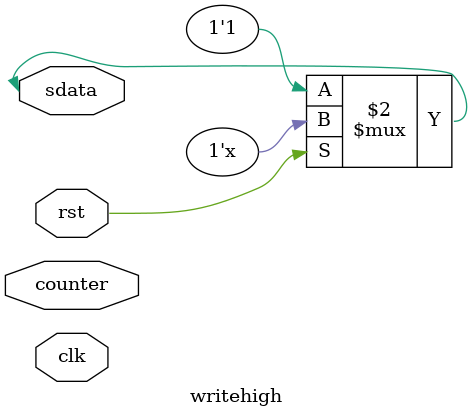
<source format=v>
module writehigh(clk, rst, sdata, counter);

	input clk, rst;
	inout sdata;
	input [31:0]counter;

	assign sdata = (rst == 1'b1)? 1'bz : 1'b1;

endmodule
</source>
